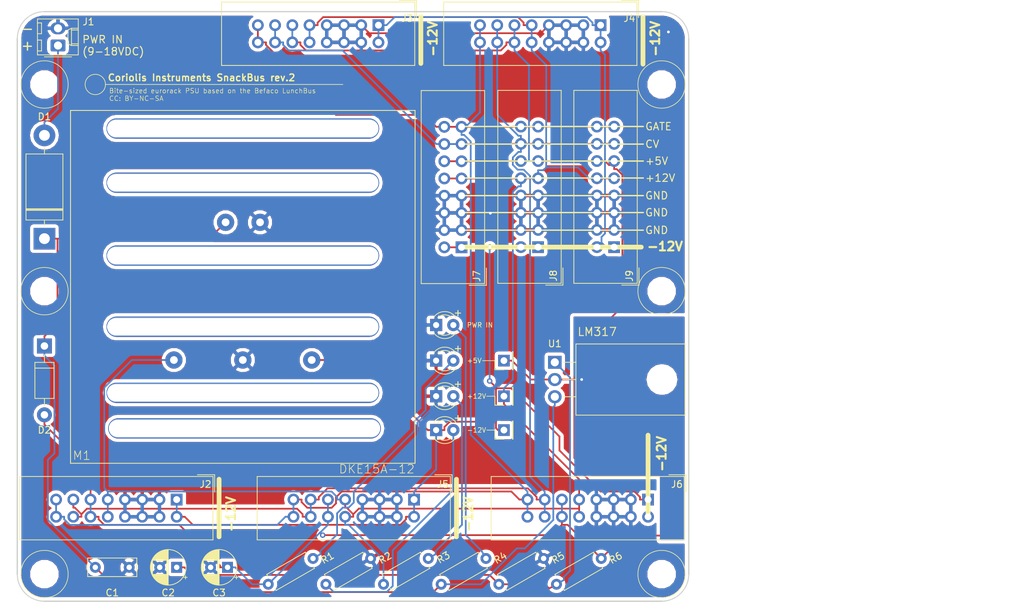
<source format=kicad_pcb>
(kicad_pcb (version 20171130) (host pcbnew "(5.0.2)-1")
  (layers (0 F.Cu signal) (31 B.Cu signal) (34 B.Paste user) (35 F.Paste user) (36 B.SilkS user) (37 F.SilkS user) (38 B.Mask user) (39 F.Mask user) (44 Edge.Cuts user))
  (net 0 "")
  (net 1 "Net-(C1-Pad1)")
  (net 2 /GND)
  (net 3 /+5V)
  (net 4 "Net-(D1-Pad2)")
  (net 5 "Net-(D_+12V_1-Pad2)")
  (net 6 "Net-(D_+5V_1-Pad2)")
  (net 7 "Net-(D_-12V_1-Pad2)")
  (net 8 /-12V)
  (net 9 "Net-(D_PWR_1-Pad2)")
  (net 10 /GATE)
  (net 11 /CV)
  (net 12 /+12V)
  (net 13 "Net-(C2-Pad1)")
  (module Connector_IDC:IDC-Header_2x08_P2.54mm_Vertical (layer F.Cu) (at 76.79 34.75 180)
    (fp_text reference J8 (at -2.25 -4.22 270) (layer F.SilkS))
    (fp_text value Conn_02x08_Counter_Clockwise)
    (pad 1 thru_hole rect (at 0 0 180) (size 1.7272 1.7272) (drill 1.016) (layers *.Cu *.Mask) (net 8 /-12V))
    (pad 2 thru_hole oval (at 2.54 0 180) (size 1.7272 1.7272) (drill 1.016) (layers *.Cu *.Mask) (net 8 /-12V))
    (pad 3 thru_hole oval (at 0 2.54 180) (size 1.7272 1.7272) (drill 1.016) (layers *.Cu *.Mask) (net 2 /GND))
    (pad 4 thru_hole oval (at 2.54 2.54 180) (size 1.7272 1.7272) (drill 1.016) (layers *.Cu *.Mask) (net 2 /GND))
    (pad 5 thru_hole oval (at 0 5.08 180) (size 1.7272 1.7272) (drill 1.016) (layers *.Cu *.Mask) (net 2 /GND))
    (pad 6 thru_hole oval (at 2.54 5.08 180) (size 1.7272 1.7272) (drill 1.016) (layers *.Cu *.Mask) (net 2 /GND))
    (pad 7 thru_hole oval (at 0 7.62 180) (size 1.7272 1.7272) (drill 1.016) (layers *.Cu *.Mask) (net 2 /GND))
    (pad 8 thru_hole oval (at 2.54 7.62 180) (size 1.7272 1.7272) (drill 1.016) (layers *.Cu *.Mask) (net 2 /GND))
    (pad 9 thru_hole oval (at 0 10.16 180) (size 1.7272 1.7272) (drill 1.016) (layers *.Cu *.Mask) (net 12 /+12V))
    (pad 10 thru_hole oval (at 2.54 10.16 180) (size 1.7272 1.7272) (drill 1.016) (layers *.Cu *.Mask) (net 12 /+12V))
    (pad 11 thru_hole oval (at 0 12.7 180) (size 1.7272 1.7272) (drill 1.016) (layers *.Cu *.Mask) (net 3 /+5V))
    (pad 12 thru_hole oval (at 2.54 12.7 180) (size 1.7272 1.7272) (drill 1.016) (layers *.Cu *.Mask) (net 3 /+5V))
    (pad 13 thru_hole oval (at 0 15.24 180) (size 1.7272 1.7272) (drill 1.016) (layers *.Cu *.Mask) (net 11 /CV))
    (pad 14 thru_hole oval (at 2.54 15.24 180) (size 1.7272 1.7272) (drill 1.016) (layers *.Cu *.Mask) (net 11 /CV))
    (pad 15 thru_hole oval (at 0 17.78 180) (size 1.7272 1.7272) (drill 1.016) (layers *.Cu *.Mask) (net 10 /GATE))
    (pad 16 thru_hole oval (at 2.54 17.78 180) (size 1.7272 1.7272) (drill 1.016) (layers *.Cu *.Mask) (net 10 /GATE))
  )
  (module Connector_IDC:IDC-Header_2x08_P2.54mm_Vertical (layer F.Cu) (at 88 34.75 180)
    (fp_text reference J9 (at -2.25 -4.25 270) (layer F.SilkS))
    (fp_text value Conn_02x08_Counter_Clockwise)
    (pad 16 thru_hole oval (at 2.54 17.78 180) (size 1.7272 1.7272) (drill 1.016) (layers *.Cu *.Mask) (net 10 /GATE))
    (pad 15 thru_hole oval (at 0 17.78 180) (size 1.7272 1.7272) (drill 1.016) (layers *.Cu *.Mask) (net 10 /GATE))
    (pad 14 thru_hole oval (at 2.54 15.24 180) (size 1.7272 1.7272) (drill 1.016) (layers *.Cu *.Mask) (net 11 /CV))
    (pad 13 thru_hole oval (at 0 15.24 180) (size 1.7272 1.7272) (drill 1.016) (layers *.Cu *.Mask) (net 11 /CV))
    (pad 12 thru_hole oval (at 2.54 12.7 180) (size 1.7272 1.7272) (drill 1.016) (layers *.Cu *.Mask) (net 3 /+5V))
    (pad 11 thru_hole oval (at 0 12.7 180) (size 1.7272 1.7272) (drill 1.016) (layers *.Cu *.Mask) (net 3 /+5V))
    (pad 10 thru_hole oval (at 2.54 10.16 180) (size 1.7272 1.7272) (drill 1.016) (layers *.Cu *.Mask) (net 12 /+12V))
    (pad 9 thru_hole oval (at 0 10.16 180) (size 1.7272 1.7272) (drill 1.016) (layers *.Cu *.Mask) (net 12 /+12V))
    (pad 8 thru_hole oval (at 2.54 7.62 180) (size 1.7272 1.7272) (drill 1.016) (layers *.Cu *.Mask) (net 2 /GND))
    (pad 7 thru_hole oval (at 0 7.62 180) (size 1.7272 1.7272) (drill 1.016) (layers *.Cu *.Mask) (net 2 /GND))
    (pad 6 thru_hole oval (at 2.54 5.08 180) (size 1.7272 1.7272) (drill 1.016) (layers *.Cu *.Mask) (net 2 /GND))
    (pad 5 thru_hole oval (at 0 5.08 180) (size 1.7272 1.7272) (drill 1.016) (layers *.Cu *.Mask) (net 2 /GND))
    (pad 4 thru_hole oval (at 2.54 2.54 180) (size 1.7272 1.7272) (drill 1.016) (layers *.Cu *.Mask) (net 2 /GND))
    (pad 3 thru_hole oval (at 0 2.54 180) (size 1.7272 1.7272) (drill 1.016) (layers *.Cu *.Mask) (net 2 /GND))
    (pad 2 thru_hole oval (at 2.54 0 180) (size 1.7272 1.7272) (drill 1.016) (layers *.Cu *.Mask) (net 8 /-12V))
    (pad 1 thru_hole rect (at 0 0 180) (size 1.7272 1.7272) (drill 1.016) (layers *.Cu *.Mask) (net 8 /-12V))
  )
  (module MountingHole:MountingHole_3.2mm_M3 (layer F.Cu) (at 4 83)
    (fp_text reference MH5 hide)
    (fp_text value MountingHole)
    (pad 1 np_thru_hole circle (at 0 0) (size 3.2 3.2) (drill 3.2) (layers *.Cu *.Mask))
  )
  (module MountingHole:MountingHole_3.2mm_M3 (layer F.Cu) (at 95 83)
    (fp_text reference MH6 hide)
    (fp_text value MountingHole)
    (pad 1 np_thru_hole circle (at 0 0) (size 3.2 3.2) (drill 3.2) (layers *.Cu *.Mask))
  )
  (module Package_TO_SOT_THT:TO-220F-3_Horizontal_TabDown (layer F.Cu) (at 79.25 51.75 270)
    (fp_text reference U1 (at -2.75 0) (layer F.SilkS))
    (fp_text value LM317_3PinPackage)
    (pad "" np_thru_hole oval (at 2.54 -15.8 270) (size 3.5 3.5) (drill 3.5) (layers *.Cu *.Mask))
    (pad 1 thru_hole rect (at 0 0 270) (size 1.905 2) (drill 1.2) (layers *.Cu *.Mask) (net 13 "Net-(C2-Pad1)"))
    (pad 2 thru_hole oval (at 2.54 0 270) (size 1.905 2) (drill 1.2) (layers *.Cu *.Mask) (net 3 /+5V))
    (pad 3 thru_hole oval (at 5.08 0 270) (size 1.905 2) (drill 1.2) (layers *.Cu *.Mask) (net 1 "Net-(C1-Pad1)"))
  )
  (module Coriolis-KiCad:art_CoriolisLogo_small_fsold (layer F.Cu) (at 11.5 10.698945)
    (fp_text reference REF** hide)
    (fp_text value CoriolisLogo hide)
  )
  (module Coriolis-KiCad:mechanical_cooling_slot_very_large (layer F.Cu) (at 33.25 46.5 270)
    (fp_text reference SLOT4 hide)
    (fp_text value mechanical_cooling_slot_very_large)
    (pad "" np_thru_hole oval (at 0 0 270) (size 3 40.2) (drill oval 2.6 40) (layers *.Cu *.Mask))
  )
  (module Coriolis-KiCad:mechanical_cooling_slot_very_large (layer F.Cu) (at 33.25 36 270)
    (fp_text reference SLOT3 hide)
    (fp_text value mechanical_cooling_slot_very_large)
    (pad "" np_thru_hole oval (at 0 0 270) (size 3 40.2) (drill oval 2.6 40) (layers *.Cu *.Mask))
  )
  (module Coriolis-KiCad:mechanical_cooling_slot_very_large (layer F.Cu) (at 33.25 56.25 270)
    (fp_text reference SLOT5 hide)
    (fp_text value mechanical_cooling_slot_very_large)
    (pad "" np_thru_hole oval (at 0 0 270) (size 3 40.2) (drill oval 2.6 40) (layers *.Cu *.Mask))
  )
  (module Coriolis-KiCad:mechanical_cooling_slot_very_large (layer F.Cu) (at 33.25 25.25 270)
    (fp_text reference SLOT2 hide)
    (fp_text value mechanical_cooling_slot_very_large)
    (pad "" np_thru_hole oval (at 0 0 270) (size 3 40.2) (drill oval 2.6 40) (layers *.Cu *.Mask))
  )
  (module Coriolis-KiCad:mechanical_cooling_slot_very_large (layer F.Cu) (at 33.5 61.5 270)
    (fp_text reference SLOT6 hide)
    (fp_text value mechanical_cooling_slot_very_large)
    (pad "" np_thru_hole oval (at 0 0 270) (size 3 40.2) (drill oval 2.6 40) (layers *.Cu *.Mask))
  )
  (module Coriolis-KiCad:mechanical_cooling_slot_very_large (layer F.Cu) (at 33.25 17.25 270)
    (fp_text reference SLOT1 hide)
    (fp_text value mechanical_cooling_slot_very_large)
    (pad "" np_thru_hole oval (at 0 0 270) (size 3 40.2) (drill oval 2.6 40) (layers *.Cu *.Mask))
  )
  (module Capacitor_THT:C_Disc_D7.0mm_W2.5mm_P5.00mm (layer F.Cu) (at 11.5 82)
    (fp_text reference C1 (at 2.5 3.75 180) (layer F.SilkS))
    (fp_text value 100n)
    (pad 1 thru_hole circle (at 0 0) (size 1.6 1.6) (drill 0.8) (layers *.Cu *.Mask) (net 1 "Net-(C1-Pad1)"))
    (pad 2 thru_hole circle (at 5 0) (size 1.6 1.6) (drill 0.8) (layers *.Cu *.Mask) (net 2 /GND))
  )
  (module Coriolis-KiCad:D_DO-41_SOD81_P10.16mm_Horizontal (layer F.Cu) (at 4 49.34 270)
    (fp_text reference D2 (at 12.41 0) (layer F.SilkS))
    (fp_text value IN4004)
    (pad 2 thru_hole oval (at 10.16 0 270) (size 2.2 2.2) (drill 1.1) (layers *.Cu *.Mask) (net 3 /+5V))
    (pad 1 thru_hole rect (at 0 0 270) (size 2.2 2.2) (drill 1.1) (layers *.Cu *.Mask) (net 1 "Net-(C1-Pad1)"))
  )
  (module Coriolis-KiCad:LED_D3.0mm (layer F.Cu) (at 61.75 56.75)
    (fp_text reference D_+12V_1 hide)
    (fp_text value LED)
    (fp_text user + (at 3.22 -1.84) (layer F.SilkS))
    (pad 1 thru_hole rect (at 0 0) (size 1.8 1.8) (drill 0.9) (layers *.Cu *.Mask) (net 2 /GND))
    (pad 2 thru_hole circle (at 2.54 0) (size 1.8 1.8) (drill 0.9) (layers *.Cu *.Mask) (net 5 "Net-(D_+12V_1-Pad2)"))
  )
  (module Coriolis-KiCad:LED_D3.0mm (layer F.Cu) (at 61.75 51.5)
    (fp_text reference D_+5V_1 hide)
    (fp_text value LED)
    (fp_text user + (at 3.22 -1.84) (layer F.SilkS))
    (pad 1 thru_hole rect (at 0 0) (size 1.8 1.8) (drill 0.9) (layers *.Cu *.Mask) (net 2 /GND))
    (pad 2 thru_hole circle (at 2.54 0) (size 1.8 1.8) (drill 0.9) (layers *.Cu *.Mask) (net 6 "Net-(D_+5V_1-Pad2)"))
  )
  (module Coriolis-KiCad:LED_D3.0mm (layer F.Cu) (at 61.75 61.75)
    (fp_text reference D_-12V_1 hide)
    (fp_text value LED)
    (fp_text user + (at 3.22 -1.84) (layer F.SilkS))
    (pad 2 thru_hole circle (at 2.54 0) (size 1.8 1.8) (drill 0.9) (layers *.Cu *.Mask) (net 7 "Net-(D_-12V_1-Pad2)"))
    (pad 1 thru_hole rect (at 0 0) (size 1.8 1.8) (drill 0.9) (layers *.Cu *.Mask) (net 8 /-12V))
  )
  (module Coriolis-KiCad:LED_D3.0mm (layer F.Cu) (at 61.75 46.25)
    (fp_text reference D_PWR_1 hide)
    (fp_text value LED)
    (fp_text user + (at 3.22 -1.84) (layer F.SilkS))
    (pad 2 thru_hole circle (at 2.54 0) (size 1.8 1.8) (drill 0.9) (layers *.Cu *.Mask) (net 9 "Net-(D_PWR_1-Pad2)"))
    (pad 1 thru_hole rect (at 0 0) (size 1.8 1.8) (drill 0.9) (layers *.Cu *.Mask) (net 2 /GND))
  )
  (module Connector_Molex:Molex_KK-254_AE-6410-02A_1x02_P2.54mm_Vertical (layer F.Cu) (at 6 5 90)
    (fp_text reference J1 (at 3.5 4.5 180) (layer F.SilkS))
    (fp_text value Conn_01x02_Male)
    (pad 1 thru_hole roundrect (at 0 0 90) (size 1.74 2.2) (drill 1.2) (layers *.Cu *.Mask) (roundrect_rratio 0.143678) (net 4 "Net-(D1-Pad2)"))
    (pad 2 thru_hole oval (at 2.54 0 90) (size 1.74 2.2) (drill 1.2) (layers *.Cu *.Mask) (net 2 /GND))
  )
  (module Connector_IDC:IDC-Header_2x08_P2.54mm_Vertical (layer F.Cu) (at 23.5 72 270)
    (fp_text reference J2 (at -2.25 -4.25) (layer F.SilkS))
    (fp_text value Conn_02x08_Counter_Clockwise)
    (pad 16 thru_hole oval (at 2.54 17.78 270) (size 1.7272 1.7272) (drill 1.016) (layers *.Cu *.Mask) (net 10 /GATE))
    (pad 15 thru_hole oval (at 0 17.78 270) (size 1.7272 1.7272) (drill 1.016) (layers *.Cu *.Mask) (net 10 /GATE))
    (pad 14 thru_hole oval (at 2.54 15.24 270) (size 1.7272 1.7272) (drill 1.016) (layers *.Cu *.Mask) (net 11 /CV))
    (pad 13 thru_hole oval (at 0 15.24 270) (size 1.7272 1.7272) (drill 1.016) (layers *.Cu *.Mask) (net 11 /CV))
    (pad 12 thru_hole oval (at 2.54 12.7 270) (size 1.7272 1.7272) (drill 1.016) (layers *.Cu *.Mask) (net 3 /+5V))
    (pad 11 thru_hole oval (at 0 12.7 270) (size 1.7272 1.7272) (drill 1.016) (layers *.Cu *.Mask) (net 3 /+5V))
    (pad 10 thru_hole oval (at 2.54 10.16 270) (size 1.7272 1.7272) (drill 1.016) (layers *.Cu *.Mask) (net 12 /+12V))
    (pad 9 thru_hole oval (at 0 10.16 270) (size 1.7272 1.7272) (drill 1.016) (layers *.Cu *.Mask) (net 12 /+12V))
    (pad 8 thru_hole oval (at 2.54 7.62 270) (size 1.7272 1.7272) (drill 1.016) (layers *.Cu *.Mask) (net 2 /GND))
    (pad 7 thru_hole oval (at 0 7.62 270) (size 1.7272 1.7272) (drill 1.016) (layers *.Cu *.Mask) (net 2 /GND))
    (pad 6 thru_hole oval (at 2.54 5.08 270) (size 1.7272 1.7272) (drill 1.016) (layers *.Cu *.Mask) (net 2 /GND))
    (pad 5 thru_hole oval (at 0 5.08 270) (size 1.7272 1.7272) (drill 1.016) (layers *.Cu *.Mask) (net 2 /GND))
    (pad 4 thru_hole oval (at 2.54 2.54 270) (size 1.7272 1.7272) (drill 1.016) (layers *.Cu *.Mask) (net 2 /GND))
    (pad 3 thru_hole oval (at 0 2.54 270) (size 1.7272 1.7272) (drill 1.016) (layers *.Cu *.Mask) (net 2 /GND))
    (pad 2 thru_hole oval (at 2.54 0 270) (size 1.7272 1.7272) (drill 1.016) (layers *.Cu *.Mask) (net 8 /-12V))
    (pad 1 thru_hole rect (at 0 0 270) (size 1.7272 1.7272) (drill 1.016) (layers *.Cu *.Mask) (net 8 /-12V))
  )
  (module Connector_IDC:IDC-Header_2x08_P2.54mm_Vertical (layer F.Cu) (at 53.25 2 270)
    (fp_text reference J3 (at -1 -4.25) (layer F.SilkS))
    (fp_text value Conn_02x08_Counter_Clockwise)
    (pad 1 thru_hole rect (at 0 0 270) (size 1.7272 1.7272) (drill 1.016) (layers *.Cu *.Mask) (net 8 /-12V))
    (pad 2 thru_hole oval (at 2.54 0 270) (size 1.7272 1.7272) (drill 1.016) (layers *.Cu *.Mask) (net 8 /-12V))
    (pad 3 thru_hole oval (at 0 2.54 270) (size 1.7272 1.7272) (drill 1.016) (layers *.Cu *.Mask) (net 2 /GND))
    (pad 4 thru_hole oval (at 2.54 2.54 270) (size 1.7272 1.7272) (drill 1.016) (layers *.Cu *.Mask) (net 2 /GND))
    (pad 5 thru_hole oval (at 0 5.08 270) (size 1.7272 1.7272) (drill 1.016) (layers *.Cu *.Mask) (net 2 /GND))
    (pad 6 thru_hole oval (at 2.54 5.08 270) (size 1.7272 1.7272) (drill 1.016) (layers *.Cu *.Mask) (net 2 /GND))
    (pad 7 thru_hole oval (at 0 7.62 270) (size 1.7272 1.7272) (drill 1.016) (layers *.Cu *.Mask) (net 2 /GND))
    (pad 8 thru_hole oval (at 2.54 7.62 270) (size 1.7272 1.7272) (drill 1.016) (layers *.Cu *.Mask) (net 2 /GND))
    (pad 9 thru_hole oval (at 0 10.16 270) (size 1.7272 1.7272) (drill 1.016) (layers *.Cu *.Mask) (net 12 /+12V))
    (pad 10 thru_hole oval (at 2.54 10.16 270) (size 1.7272 1.7272) (drill 1.016) (layers *.Cu *.Mask) (net 12 /+12V))
    (pad 11 thru_hole oval (at 0 12.7 270) (size 1.7272 1.7272) (drill 1.016) (layers *.Cu *.Mask) (net 3 /+5V))
    (pad 12 thru_hole oval (at 2.54 12.7 270) (size 1.7272 1.7272) (drill 1.016) (layers *.Cu *.Mask) (net 3 /+5V))
    (pad 13 thru_hole oval (at 0 15.24 270) (size 1.7272 1.7272) (drill 1.016) (layers *.Cu *.Mask) (net 11 /CV))
    (pad 14 thru_hole oval (at 2.54 15.24 270) (size 1.7272 1.7272) (drill 1.016) (layers *.Cu *.Mask) (net 11 /CV))
    (pad 15 thru_hole oval (at 0 17.78 270) (size 1.7272 1.7272) (drill 1.016) (layers *.Cu *.Mask) (net 10 /GATE))
    (pad 16 thru_hole oval (at 2.54 17.78 270) (size 1.7272 1.7272) (drill 1.016) (layers *.Cu *.Mask) (net 10 /GATE))
  )
  (module Connector_IDC:IDC-Header_2x08_P2.54mm_Vertical (layer F.Cu) (at 86 2 270)
    (fp_text reference J4 (at -1 -4.25) (layer F.SilkS))
    (fp_text value Conn_02x08_Counter_Clockwise)
    (pad 1 thru_hole rect (at 0 0 270) (size 1.7272 1.7272) (drill 1.016) (layers *.Cu *.Mask) (net 8 /-12V))
    (pad 2 thru_hole oval (at 2.54 0 270) (size 1.7272 1.7272) (drill 1.016) (layers *.Cu *.Mask) (net 8 /-12V))
    (pad 3 thru_hole oval (at 0 2.54 270) (size 1.7272 1.7272) (drill 1.016) (layers *.Cu *.Mask) (net 2 /GND))
    (pad 4 thru_hole oval (at 2.54 2.54 270) (size 1.7272 1.7272) (drill 1.016) (layers *.Cu *.Mask) (net 2 /GND))
    (pad 5 thru_hole oval (at 0 5.08 270) (size 1.7272 1.7272) (drill 1.016) (layers *.Cu *.Mask) (net 2 /GND))
    (pad 6 thru_hole oval (at 2.54 5.08 270) (size 1.7272 1.7272) (drill 1.016) (layers *.Cu *.Mask) (net 2 /GND))
    (pad 7 thru_hole oval (at 0 7.62 270) (size 1.7272 1.7272) (drill 1.016) (layers *.Cu *.Mask) (net 2 /GND))
    (pad 8 thru_hole oval (at 2.54 7.62 270) (size 1.7272 1.7272) (drill 1.016) (layers *.Cu *.Mask) (net 2 /GND))
    (pad 9 thru_hole oval (at 0 10.16 270) (size 1.7272 1.7272) (drill 1.016) (layers *.Cu *.Mask) (net 12 /+12V))
    (pad 10 thru_hole oval (at 2.54 10.16 270) (size 1.7272 1.7272) (drill 1.016) (layers *.Cu *.Mask) (net 12 /+12V))
    (pad 11 thru_hole oval (at 0 12.7 270) (size 1.7272 1.7272) (drill 1.016) (layers *.Cu *.Mask) (net 3 /+5V))
    (pad 12 thru_hole oval (at 2.54 12.7 270) (size 1.7272 1.7272) (drill 1.016) (layers *.Cu *.Mask) (net 3 /+5V))
    (pad 13 thru_hole oval (at 0 15.24 270) (size 1.7272 1.7272) (drill 1.016) (layers *.Cu *.Mask) (net 11 /CV))
    (pad 14 thru_hole oval (at 2.54 15.24 270) (size 1.7272 1.7272) (drill 1.016) (layers *.Cu *.Mask) (net 11 /CV))
    (pad 15 thru_hole oval (at 0 17.78 270) (size 1.7272 1.7272) (drill 1.016) (layers *.Cu *.Mask) (net 10 /GATE))
    (pad 16 thru_hole oval (at 2.54 17.78 270) (size 1.7272 1.7272) (drill 1.016) (layers *.Cu *.Mask) (net 10 /GATE))
  )
  (module Connector_IDC:IDC-Header_2x08_P2.54mm_Vertical (layer F.Cu) (at 58.5 72 270)
    (fp_text reference J5 (at -2.25 -4.25) (layer F.SilkS))
    (fp_text value Conn_02x08_Counter_Clockwise)
    (pad 1 thru_hole rect (at 0 0 270) (size 1.7272 1.7272) (drill 1.016) (layers *.Cu *.Mask) (net 8 /-12V))
    (pad 2 thru_hole oval (at 2.54 0 270) (size 1.7272 1.7272) (drill 1.016) (layers *.Cu *.Mask) (net 8 /-12V))
    (pad 3 thru_hole oval (at 0 2.54 270) (size 1.7272 1.7272) (drill 1.016) (layers *.Cu *.Mask) (net 2 /GND))
    (pad 4 thru_hole oval (at 2.54 2.54 270) (size 1.7272 1.7272) (drill 1.016) (layers *.Cu *.Mask) (net 2 /GND))
    (pad 5 thru_hole oval (at 0 5.08 270) (size 1.7272 1.7272) (drill 1.016) (layers *.Cu *.Mask) (net 2 /GND))
    (pad 6 thru_hole oval (at 2.54 5.08 270) (size 1.7272 1.7272) (drill 1.016) (layers *.Cu *.Mask) (net 2 /GND))
    (pad 7 thru_hole oval (at 0 7.62 270) (size 1.7272 1.7272) (drill 1.016) (layers *.Cu *.Mask) (net 2 /GND))
    (pad 8 thru_hole oval (at 2.54 7.62 270) (size 1.7272 1.7272) (drill 1.016) (layers *.Cu *.Mask) (net 2 /GND))
    (pad 9 thru_hole oval (at 0 10.16 270) (size 1.7272 1.7272) (drill 1.016) (layers *.Cu *.Mask) (net 12 /+12V))
    (pad 10 thru_hole oval (at 2.54 10.16 270) (size 1.7272 1.7272) (drill 1.016) (layers *.Cu *.Mask) (net 12 /+12V))
    (pad 11 thru_hole oval (at 0 12.7 270) (size 1.7272 1.7272) (drill 1.016) (layers *.Cu *.Mask) (net 3 /+5V))
    (pad 12 thru_hole oval (at 2.54 12.7 270) (size 1.7272 1.7272) (drill 1.016) (layers *.Cu *.Mask) (net 3 /+5V))
    (pad 13 thru_hole oval (at 0 15.24 270) (size 1.7272 1.7272) (drill 1.016) (layers *.Cu *.Mask) (net 11 /CV))
    (pad 14 thru_hole oval (at 2.54 15.24 270) (size 1.7272 1.7272) (drill 1.016) (layers *.Cu *.Mask) (net 11 /CV))
    (pad 15 thru_hole oval (at 0 17.78 270) (size 1.7272 1.7272) (drill 1.016) (layers *.Cu *.Mask) (net 10 /GATE))
    (pad 16 thru_hole oval (at 2.54 17.78 270) (size 1.7272 1.7272) (drill 1.016) (layers *.Cu *.Mask) (net 10 /GATE))
  )
  (module Connector_IDC:IDC-Header_2x08_P2.54mm_Vertical (layer F.Cu) (at 93 72 270)
    (fp_text reference J6 (at -2.25 -4.25) (layer F.SilkS))
    (fp_text value Conn_02x08_Counter_Clockwise)
    (pad 16 thru_hole oval (at 2.54 17.78 270) (size 1.7272 1.7272) (drill 1.016) (layers *.Cu *.Mask) (net 10 /GATE))
    (pad 15 thru_hole oval (at 0 17.78 270) (size 1.7272 1.7272) (drill 1.016) (layers *.Cu *.Mask) (net 10 /GATE))
    (pad 14 thru_hole oval (at 2.54 15.24 270) (size 1.7272 1.7272) (drill 1.016) (layers *.Cu *.Mask) (net 11 /CV))
    (pad 13 thru_hole oval (at 0 15.24 270) (size 1.7272 1.7272) (drill 1.016) (layers *.Cu *.Mask) (net 11 /CV))
    (pad 12 thru_hole oval (at 2.54 12.7 270) (size 1.7272 1.7272) (drill 1.016) (layers *.Cu *.Mask) (net 3 /+5V))
    (pad 11 thru_hole oval (at 0 12.7 270) (size 1.7272 1.7272) (drill 1.016) (layers *.Cu *.Mask) (net 3 /+5V))
    (pad 10 thru_hole oval (at 2.54 10.16 270) (size 1.7272 1.7272) (drill 1.016) (layers *.Cu *.Mask) (net 12 /+12V))
    (pad 9 thru_hole oval (at 0 10.16 270) (size 1.7272 1.7272) (drill 1.016) (layers *.Cu *.Mask) (net 12 /+12V))
    (pad 8 thru_hole oval (at 2.54 7.62 270) (size 1.7272 1.7272) (drill 1.016) (layers *.Cu *.Mask) (net 2 /GND))
    (pad 7 thru_hole oval (at 0 7.62 270) (size 1.7272 1.7272) (drill 1.016) (layers *.Cu *.Mask) (net 2 /GND))
    (pad 6 thru_hole oval (at 2.54 5.08 270) (size 1.7272 1.7272) (drill 1.016) (layers *.Cu *.Mask) (net 2 /GND))
    (pad 5 thru_hole oval (at 0 5.08 270) (size 1.7272 1.7272) (drill 1.016) (layers *.Cu *.Mask) (net 2 /GND))
    (pad 4 thru_hole oval (at 2.54 2.54 270) (size 1.7272 1.7272) (drill 1.016) (layers *.Cu *.Mask) (net 2 /GND))
    (pad 3 thru_hole oval (at 0 2.54 270) (size 1.7272 1.7272) (drill 1.016) (layers *.Cu *.Mask) (net 2 /GND))
    (pad 2 thru_hole oval (at 2.54 0 270) (size 1.7272 1.7272) (drill 1.016) (layers *.Cu *.Mask) (net 8 /-12V))
    (pad 1 thru_hole rect (at 0 0 270) (size 1.7272 1.7272) (drill 1.016) (layers *.Cu *.Mask) (net 8 /-12V))
  )
  (module Connector_IDC:IDC-Header_2x08_P2.54mm_Vertical (layer F.Cu) (at 65.5 34.78 180)
    (fp_text reference J7 (at -2.25 -4.25 270) (layer F.SilkS))
    (fp_text value Conn_02x08_Counter_Clockwise)
    (pad 1 thru_hole rect (at 0 0 180) (size 1.7272 1.7272) (drill 1.016) (layers *.Cu *.Mask) (net 8 /-12V))
    (pad 2 thru_hole oval (at 2.54 0 180) (size 1.7272 1.7272) (drill 1.016) (layers *.Cu *.Mask) (net 8 /-12V))
    (pad 3 thru_hole oval (at 0 2.54 180) (size 1.7272 1.7272) (drill 1.016) (layers *.Cu *.Mask) (net 2 /GND))
    (pad 4 thru_hole oval (at 2.54 2.54 180) (size 1.7272 1.7272) (drill 1.016) (layers *.Cu *.Mask) (net 2 /GND))
    (pad 5 thru_hole oval (at 0 5.08 180) (size 1.7272 1.7272) (drill 1.016) (layers *.Cu *.Mask) (net 2 /GND))
    (pad 6 thru_hole oval (at 2.54 5.08 180) (size 1.7272 1.7272) (drill 1.016) (layers *.Cu *.Mask) (net 2 /GND))
    (pad 7 thru_hole oval (at 0 7.62 180) (size 1.7272 1.7272) (drill 1.016) (layers *.Cu *.Mask) (net 2 /GND))
    (pad 8 thru_hole oval (at 2.54 7.62 180) (size 1.7272 1.7272) (drill 1.016) (layers *.Cu *.Mask) (net 2 /GND))
    (pad 9 thru_hole oval (at 0 10.16 180) (size 1.7272 1.7272) (drill 1.016) (layers *.Cu *.Mask) (net 12 /+12V))
    (pad 10 thru_hole oval (at 2.54 10.16 180) (size 1.7272 1.7272) (drill 1.016) (layers *.Cu *.Mask) (net 12 /+12V))
    (pad 11 thru_hole oval (at 0 12.7 180) (size 1.7272 1.7272) (drill 1.016) (layers *.Cu *.Mask) (net 3 /+5V))
    (pad 12 thru_hole oval (at 2.54 12.7 180) (size 1.7272 1.7272) (drill 1.016) (layers *.Cu *.Mask) (net 3 /+5V))
    (pad 13 thru_hole oval (at 0 15.24 180) (size 1.7272 1.7272) (drill 1.016) (layers *.Cu *.Mask) (net 11 /CV))
    (pad 14 thru_hole oval (at 2.54 15.24 180) (size 1.7272 1.7272) (drill 1.016) (layers *.Cu *.Mask) (net 11 /CV))
    (pad 15 thru_hole oval (at 0 17.78 180) (size 1.7272 1.7272) (drill 1.016) (layers *.Cu *.Mask) (net 10 /GATE))
    (pad 16 thru_hole oval (at 2.54 17.78 180) (size 1.7272 1.7272) (drill 1.016) (layers *.Cu *.Mask) (net 10 /GATE))
  )
  (module Coriolis-KiCad:MeanWell-DKE (layer F.Cu) (at 33.25 41.25 270)
    (fp_text reference M1 (at 24.25 23.75 180) (layer F.SilkS) (effects (font (size 1.27 1.27) (thickness 0.1016))))
    (fp_text value DKE15A-12 (at 26.25 -19.75 180) (layer F.SilkS) (effects (font (size 1.27 1.27) (thickness 0.1016))))
    (pad 1 thru_hole circle (at -10.16 2.54 270) (size 2.54 5.08) (drill 1.143) (layers *.Cu *.Paste *.Mask) (net 1 "Net-(C1-Pad1)"))
    (pad 2 thru_hole circle (at -10.16 -2.54 270) (size 2.54 5.08) (drill 1.143) (layers *.Cu *.Paste *.Mask) (net 2 /GND))
    (pad 3 thru_hole circle (at 10.16 10.16 270) (size 2.54 5.08) (drill 1.143) (layers *.Cu *.Paste *.Mask) (net 12 /+12V))
    (pad 4 thru_hole circle (at 10.16 0 270) (size 2.54 5.08) (drill 1.143) (layers *.Cu *.Paste *.Mask) (net 2 /GND))
    (pad 5 thru_hole circle (at 10.16 -10.16 270) (size 2.54 5.08) (drill 1.143) (layers *.Cu *.Paste *.Mask) (net 8 /-12V))
  )
  (module MountingHole:MountingHole_3.2mm_M3 (layer F.Cu) (at 4 10.75)
    (fp_text reference MH1 hide)
    (fp_text value MountingHole)
    (pad 1 np_thru_hole circle (at 0 0) (size 3.2 3.2) (drill 3.2) (layers *.Cu *.Mask))
  )
  (module MountingHole:MountingHole_3.2mm_M3 (layer F.Cu) (at 95 10.75)
    (fp_text reference MH2 hide)
    (fp_text value MountingHole)
    (pad 1 np_thru_hole circle (at 0 0) (size 3.2 3.2) (drill 3.2) (layers *.Cu *.Mask))
  )
  (module MountingHole:MountingHole_3.2mm_M3 (layer F.Cu) (at 4 41.25)
    (fp_text reference MH3 hide)
    (fp_text value MountingHole)
    (pad 1 np_thru_hole circle (at 0 0) (size 3.2 3.2) (drill 3.2) (layers *.Cu *.Mask))
  )
  (module MountingHole:MountingHole_3.2mm_M3 (layer F.Cu) (at 95 41.25)
    (fp_text reference MH4 hide)
    (fp_text value MountingHole)
    (pad 1 np_thru_hole circle (at 0 0) (size 3.2 3.2) (drill 3.2) (layers *.Cu *.Mask))
  )
  (module Resistor_THT:R_Axial_DIN0207_L6.3mm_D2.5mm_P7.62mm_Horizontal (layer F.Cu) (at 37 84.5 30)
    (fp_text reference R1 (at 9.5 1 30) (layer F.SilkS))
    (fp_text value 680R)
    (pad 1 thru_hole circle (at 0 0 30) (size 1.6 1.6) (drill 0.8) (layers *.Cu *.Mask) (net 3 /+5V))
    (pad 2 thru_hole oval (at 7.62 0 30) (size 1.6 1.6) (drill 0.8) (layers *.Cu *.Mask) (net 6 "Net-(D_+5V_1-Pad2)"))
  )
  (module Resistor_THT:R_Axial_DIN0207_L6.3mm_D2.5mm_P7.62mm_Horizontal (layer F.Cu) (at 45.5 84.5 30)
    (fp_text reference R2 (at 9.5 1 30) (layer F.SilkS))
    (fp_text value 1K)
    (pad 2 thru_hole oval (at 7.62 0 30) (size 1.6 1.6) (drill 0.8) (layers *.Cu *.Mask) (net 2 /GND))
    (pad 1 thru_hole circle (at 0 0 30) (size 1.6 1.6) (drill 0.8) (layers *.Cu *.Mask) (net 7 "Net-(D_-12V_1-Pad2)"))
  )
  (module Resistor_THT:R_Axial_DIN0207_L6.3mm_D2.5mm_P7.62mm_Horizontal (layer F.Cu) (at 54 84.5 30)
    (fp_text reference R3 (at 9.62 1 30) (layer F.SilkS))
    (fp_text value 1K)
    (pad 1 thru_hole circle (at 0 0 30) (size 1.6 1.6) (drill 0.8) (layers *.Cu *.Mask) (net 12 /+12V))
    (pad 2 thru_hole oval (at 7.62 0 30) (size 1.6 1.6) (drill 0.8) (layers *.Cu *.Mask) (net 5 "Net-(D_+12V_1-Pad2)"))
  )
  (module Resistor_THT:R_Axial_DIN0207_L6.3mm_D2.5mm_P7.62mm_Horizontal (layer F.Cu) (at 62.5 84.5 30)
    (fp_text reference R4 (at 9.5 1 30) (layer F.SilkS))
    (fp_text value 1K)
    (pad 2 thru_hole oval (at 7.62 0 30) (size 1.6 1.6) (drill 0.8) (layers *.Cu *.Mask) (net 9 "Net-(D_PWR_1-Pad2)"))
    (pad 1 thru_hole circle (at 0 0 30) (size 1.6 1.6) (drill 0.8) (layers *.Cu *.Mask) (net 1 "Net-(C1-Pad1)"))
  )
  (module Resistor_THT:R_Axial_DIN0207_L6.3mm_D2.5mm_P7.62mm_Horizontal (layer F.Cu) (at 71 84.5 30)
    (fp_text reference R5 (at 9.5 1 30) (layer F.SilkS))
    (fp_text value 1K)
    (pad 1 thru_hole circle (at 0 0 30) (size 1.6 1.6) (drill 0.8) (layers *.Cu *.Mask) (net 13 "Net-(C2-Pad1)"))
    (pad 2 thru_hole oval (at 7.62 0 30) (size 1.6 1.6) (drill 0.8) (layers *.Cu *.Mask) (net 2 /GND))
  )
  (module Resistor_THT:R_Axial_DIN0207_L6.3mm_D2.5mm_P7.62mm_Horizontal (layer F.Cu) (at 86.0991 80.69 210)
    (fp_text reference R6 (at -1.88 -1 210) (layer F.SilkS))
    (fp_text value 330R)
    (pad 2 thru_hole oval (at 7.62 0 210) (size 1.6 1.6) (drill 0.8) (layers *.Cu *.Mask) (net 13 "Net-(C2-Pad1)"))
    (pad 1 thru_hole circle (at 0 0 210) (size 1.6 1.6) (drill 0.8) (layers *.Cu *.Mask) (net 3 /+5V))
  )
  (module Capacitor_THT:CP_Radial_D5.0mm_P2.50mm (layer F.Cu) (at 31 82 180)
    (fp_text reference C3 (at 1.25 -3.75 180) (layer F.SilkS))
    (fp_text value 22u)
    (pad 1 thru_hole rect (at 0 0 180) (size 1.6 1.6) (drill 0.8) (layers *.Cu *.Mask) (net 3 /+5V))
    (pad 2 thru_hole circle (at 2.5 0 180) (size 1.6 1.6) (drill 0.8) (layers *.Cu *.Mask) (net 2 /GND))
  )
  (module Connector_PinHeader_2.54mm:PinHeader_1x01_P2.54mm_Vertical (layer F.Cu) (at 71.75 56.75 90)
    (fp_text reference J10 hide)
    (fp_text value Conn_01x01_Male)
    (pad 1 thru_hole rect (at 0 0 90) (size 1.7 1.7) (drill 1) (layers *.Cu *.Mask) (net 12 /+12V))
  )
  (module Connector_PinHeader_2.54mm:PinHeader_1x01_P2.54mm_Vertical (layer F.Cu) (at 71.75 61.75 90)
    (fp_text reference J11 hide)
    (fp_text value Conn_01x01_Male)
    (pad 1 thru_hole rect (at 0 0 90) (size 1.7 1.7) (drill 1) (layers *.Cu *.Mask) (net 8 /-12V))
  )
  (module Connector_PinHeader_2.54mm:PinHeader_1x01_P2.54mm_Vertical (layer F.Cu) (at 71.75 51.5 90)
    (fp_text reference J12 hide)
    (fp_text value Conn_01x01_Male)
    (pad 1 thru_hole rect (at 0 0 90) (size 1.7 1.7) (drill 1) (layers *.Cu *.Mask) (net 3 /+5V))
  )
  (module Capacitor_THT:CP_Radial_D5.0mm_P2.50mm (layer F.Cu) (at 23.5 82 180)
    (fp_text reference C2 (at 1.25 -3.75 180) (layer F.SilkS))
    (fp_text value 10u)
    (pad 1 thru_hole rect (at 0 0 180) (size 1.6 1.6) (drill 0.8) (layers *.Cu *.Mask) (net 13 "Net-(C2-Pad1)"))
    (pad 2 thru_hole circle (at 2.5 0 180) (size 1.6 1.6) (drill 0.8) (layers *.Cu *.Mask) (net 2 /GND))
  )
  (module Diode_THT:D_DO-201AD_P15.24mm_Horizontal (layer F.Cu) (at 4 33.5 90)
    (fp_text reference D1 (at 18 0) (layer F.SilkS))
    (fp_text value IN5402)
    (pad 1 thru_hole rect (at 0 0 90) (size 3.2 3.2) (drill 1.6) (layers *.Cu *.Mask) (net 1 "Net-(C1-Pad1)"))
    (pad 2 thru_hole oval (at 15.24 0 90) (size 3.2 3.2) (drill 1.6) (layers *.Cu *.Mask) (net 4 "Net-(D1-Pad2)"))
  )
  (gr_line (start 70.42 61.75) (end 69.22 61.75) (layer F.SilkS) (width 0.1))
  (gr_text -12V (at 95 65.25 90) (layer F.SilkS) (effects (font (size 1.3 1.3) (thickness 0.3))))
  (gr_line (start 93 74.5) (end 93 62.5) (layer F.SilkS) (width 0.7))
  (gr_text -12V (at 66.5 74.15 90) (layer F.SilkS) (effects (font (size 1.3 1.3) (thickness 0.3))))
  (gr_line (start 64.75 77.5) (end 64.75 69) (layer F.SilkS) (width 0.7))
  (gr_line (start 29.75 77.5) (end 29.75 69) (layer F.SilkS) (width 0.7))
  (gr_text -12V (at 31.5 74.15 90) (layer F.SilkS) (effects (font (size 1.3 1.3) (thickness 0.3))))
  (gr_circle (center 95 83) (end 98.5 83) (layer F.SilkS) (width 0.1))
  (gr_circle (center 4 83) (end 7.5 83) (layer F.SilkS) (width 0.1))
  (gr_circle (center 4 41.25) (end 0.5 41.25) (layer F.SilkS) (width 0.1))
  (gr_circle (center 4 10.75) (end 7.5 10.75) (layer F.SilkS) (width 0.1))
  (gr_circle (center 95 10.75) (end 98.5 10.75) (layer F.SilkS) (width 0.1))
  (gr_circle (center 95 41.25) (end 98.5 41.25) (layer F.SilkS) (width 0.1))
  (gr_line (start 70.4 56.75) (end 69.2 56.75) (layer F.SilkS) (width 0.1))
  (gr_line (start 70.4 51.5) (end 68.6 51.5) (layer F.SilkS) (width 0.1))
  (gr_text -12V (at 66.25 61.75) (layer F.SilkS) (effects (font (size 0.7 0.7) (thickness 0.1)) (justify left)))
  (gr_text "+12V\n" (at 66.25 56.75) (layer F.SilkS) (effects (font (size 0.7 0.7) (thickness 0.1)) (justify left)))
  (gr_circle (center 11.5 10.75) (end 13 10.75) (layer F.SilkS) (width 0.1))
  (gr_line (start 92.25 7.75) (end 92.25 0.75) (layer F.SilkS) (width 0.7))
  (gr_line (start 59.5 7.65) (end 59.5 0.75) (layer F.SilkS) (width 0.7))
  (gr_text -12V (at 94.05 4 90) (layer F.SilkS) (effects (font (size 1.3 1.3) (thickness 0.3))))
  (gr_text -12V (at 61.25 4 90) (layer F.SilkS) (effects (font (size 1.3 1.3) (thickness 0.3))))
  (gr_text -12V (at 95.5 34.65) (layer F.SilkS) (effects (font (size 1.3 1.3) (thickness 0.3))))
  (gr_line (start 66 34.75) (end 92 34.75) (layer F.SilkS) (width 0.7))
  (gr_text GATE (at 92.5 16.95) (layer F.SilkS) (effects (font (size 1.1 1.1)) (justify left)))
  (gr_text GND (at 92.5 32.25) (layer F.SilkS) (effects (font (size 1.1 1.1)) (justify left)))
  (gr_text +5V (at 92.5 22.05) (layer F.SilkS) (effects (font (size 1.1 1.1)) (justify left)))
  (gr_text +12V (at 92.5 24.55) (layer F.SilkS) (effects (font (size 1.1 1.1)) (justify left)))
  (gr_text GND (at 92.5 27.15) (layer F.SilkS) (effects (font (size 1.1 1.1)) (justify left)))
  (gr_text CV (at 92.5 19.55) (layer F.SilkS) (effects (font (size 1.1 1.1)) (justify left)))
  (gr_text GND (at 92.5 29.65) (layer F.SilkS) (effects (font (size 1.1 1.1)) (justify left)))
  (gr_line (start 92.3 16.95) (end 66 16.95) (layer F.SilkS) (width 0.2))
  (gr_line (start 92.3 22.05) (end 66 22.05) (layer F.SilkS) (width 0.2))
  (gr_line (start 92.3 24.55) (end 66 24.55) (layer F.SilkS) (width 0.2))
  (gr_line (start 92.3 29.65) (end 66 29.65) (layer F.SilkS) (width 0.2))
  (gr_line (start 92.3 32.25) (end 66 32.25) (layer F.SilkS) (width 0.2))
  (gr_line (start 92.3 27.15) (end 66 27.15) (layer F.SilkS) (width 0.2))
  (gr_line (start 92.3 19.55) (end 66 19.55) (layer F.SilkS) (width 0.2))
  (gr_arc (start 4 83) (end 0 83) (angle -90) (layer Edge.Cuts) (width 0.15))
  (gr_arc (start 95 83) (end 95 87) (angle -90) (layer Edge.Cuts) (width 0.15))
  (gr_arc (start 95 4) (end 99 4) (angle -90) (layer Edge.Cuts) (width 0.15))
  (gr_arc (start 4 4) (end 4 0) (angle -90) (layer Edge.Cuts) (width 0.15))
  (gr_text - (at 1.5 2.5) (layer F.SilkS) (effects (font (size 1.5 1.5) (thickness 0.2))))
  (gr_text + (at 1.5 5) (layer F.SilkS) (effects (font (size 1.5 1.5) (thickness 0.2))))
  (gr_text "PWR IN\n(9-18VDC)" (at 9.5 5) (layer F.SilkS) (effects (font (size 1.1 1.1)) (justify left)))
  (gr_line (start 13 10.75) (end 48 10.75) (layer F.SilkS) (width 0.1))
  (gr_text "Bite-sized eurorack PSU based on the Befaco LunchBus\nCC: BY-NC-SA" (at 13.5 12.25) (layer F.SilkS) (effects (font (size 0.7 0.7) (thickness 0.075)) (justify left)))
  (gr_text LM317 (at 85.5 47.25) (layer F.SilkS) (effects (font (size 1.2 1.2))))
  (gr_text "Coriolis Instruments SnackBus rev.2" (at 13.25 9.75) (layer F.SilkS) (effects (font (size 1 1) (thickness 0.2)) (justify left)))
  (gr_text "PWR IN" (at 66.25 46.25) (layer F.SilkS) (effects (font (size 0.7 0.7) (thickness 0.1)) (justify left)))
  (gr_text +5V (at 66.25 51.5) (layer F.SilkS) (effects (font (size 0.7 0.7) (thickness 0.1)) (justify left)))
  (gr_line (start 0 83) (end 0 4) (layer Edge.Cuts) (width 0.2))
  (gr_line (start 95 87) (end 4 87) (layer Edge.Cuts) (width 0.2))
  (gr_line (start 99 4) (end 99 83) (layer Edge.Cuts) (width 0.2))
  (gr_line (start 4 0) (end 95 0) (layer Edge.Cuts) (width 0.2))
  (segment (start 4 49.34) (end 4 47.9147) (width 0.25) (layer F.Cu) (net 1))
  (segment (start 5.9254 33.5) (end 5.9254 45.9893) (width 0.25) (layer F.Cu) (net 1))
  (segment (start 5.9254 45.9893) (end 4 47.9147) (width 0.25) (layer F.Cu) (net 1))
  (segment (start 5.9254 33.5) (end 28.3 33.5) (width 0.25) (layer F.Cu) (net 1))
  (segment (start 28.3 33.5) (end 30.71 31.09) (width 0.25) (layer F.Cu) (net 1))
  (segment (start 5.8127 33.5) (end 5.9254 33.5) (width 0.25) (layer F.Cu) (net 1))
  (segment (start 4 49.34) (end 4 50.7653) (width 0.25) (layer B.Cu) (net 1))
  (segment (start 4 50.7653) (end 5.4748 52.2401) (width 0.25) (layer B.Cu) (net 1))
  (segment (start 5.4748 52.2401) (end 5.4748 65.1742) (width 0.25) (layer B.Cu) (net 1))
  (segment (start 5.4748 65.1742) (end 4.5082 66.1408) (width 0.25) (layer B.Cu) (net 1))
  (segment (start 4.5082 66.1408) (end 4.5082 75.022) (width 0.25) (layer B.Cu) (net 1))
  (segment (start 4.5082 75.022) (end 11.4862 82) (width 0.25) (layer B.Cu) (net 1))
  (segment (start 11.4862 82) (end 11.5 82) (width 0.25) (layer B.Cu) (net 1))
  (segment (start 62.5 84.5) (end 61.3436 85.6564) (width 0.25) (layer F.Cu) (net 1))
  (segment (start 61.3436 85.6564) (end 15.1564 85.6564) (width 0.25) (layer F.Cu) (net 1))
  (segment (start 15.1564 85.6564) (end 11.5 82) (width 0.25) (layer F.Cu) (net 1))
  (segment (start 79.25 56.83) (end 79.25 58.1078) (width 0.25) (layer B.Cu) (net 1))
  (segment (start 62.5 84.5) (end 68.3552 84.5) (width 0.25) (layer B.Cu) (net 1))
  (segment (start 68.3552 84.5) (end 73.6485 79.2067) (width 0.25) (layer B.Cu) (net 1))
  (segment (start 73.6485 79.2067) (end 74.8258 79.2067) (width 0.25) (layer B.Cu) (net 1))
  (segment (start 74.8258 79.2067) (end 79.0299 75.0026) (width 0.25) (layer B.Cu) (net 1))
  (segment (start 79.0299 75.0026) (end 79.0299 58.3279) (width 0.25) (layer B.Cu) (net 1))
  (segment (start 79.0299 58.3279) (end 79.25 58.1078) (width 0.25) (layer B.Cu) (net 1))
  (segment (start 4 33.5) (end 5.8127 33.5) (width 0.25) (layer F.Cu) (net 1))
  (segment (start 61.75 57.9) (end 59 60.65) (width 0.25) (layer B.Cu) (net 2))
  (segment (start 61.75 56.75) (end 61.75 57.9) (width 0.25) (layer B.Cu) (net 2))
  (segment (start 59 60.65) (end 59 64) (width 0.25) (layer B.Cu) (net 2))
  (segment (start 51.573599 2.863599) (end 50.71 2) (width 0.25) (layer F.Cu) (net 2))
  (segment (start 51.898601 3.188601) (end 51.573599 2.863599) (width 0.25) (layer F.Cu) (net 2))
  (segment (start 77.191399 3.188601) (end 51.898601 3.188601) (width 0.25) (layer F.Cu) (net 2))
  (segment (start 78.38 2) (end 77.191399 3.188601) (width 0.25) (layer F.Cu) (net 2))
  (via (at 96 3) (size 0.8) (drill 0.4) (layers F.Cu B.Cu) (net 2))
  (via (at 69.75 29.75) (size 0.8) (drill 0.4) (layers F.Cu B.Cu) (net 2))
  (segment (start 65.5 29.7) (end 69.7 29.7) (width 0.25) (layer F.Cu) (net 2))
  (segment (start 69.7 29.7) (end 69.75 29.75) (width 0.25) (layer F.Cu) (net 2))
  (segment (start 80.3 74.54) (end 80.3 72) (width 0.25) (layer B.Cu) (net 3))
  (segment (start 44.6513 76.8776) (end 44.6224 76.8776) (width 0.25) (layer B.Cu) (net 3))
  (segment (start 44.6224 76.8776) (end 37 84.5) (width 0.25) (layer B.Cu) (net 3))
  (segment (start 45.0262 77.2525) (end 44.6513 76.8776) (width 0.25) (layer B.Cu) (net 3))
  (segment (start 44.6513 76.8776) (end 45.8 75.7289) (width 0.25) (layer B.Cu) (net 3))
  (segment (start 80.3 75.7289) (end 78.7764 77.2525) (width 0.25) (layer F.Cu) (net 3))
  (segment (start 78.7764 77.2525) (end 45.0262 77.2525) (width 0.25) (layer F.Cu) (net 3))
  (segment (start 86.0991 80.69) (end 81.138 75.7289) (width 0.25) (layer F.Cu) (net 3))
  (segment (start 81.138 75.7289) (end 80.3 75.7289) (width 0.25) (layer F.Cu) (net 3))
  (segment (start 45.8 74.54) (end 45.8 75.7289) (width 0.25) (layer B.Cu) (net 3))
  (segment (start 45.8 72) (end 45.8 74.54) (width 0.25) (layer B.Cu) (net 3))
  (segment (start 71.75 51.5) (end 72.9253 51.5) (width 0.25) (layer F.Cu) (net 3))
  (segment (start 79.25 54.29) (end 75.7153 54.29) (width 0.25) (layer F.Cu) (net 3))
  (segment (start 75.7153 54.29) (end 72.9253 51.5) (width 0.25) (layer F.Cu) (net 3))
  (segment (start 79.25 54.29) (end 83.21 54.29) (width 0.25) (layer F.Cu) (net 3))
  (segment (start 4 59.5) (end 4 60.9253) (width 0.25) (layer F.Cu) (net 3))
  (segment (start 10.8 72) (end 10.8 67.7253) (width 0.25) (layer F.Cu) (net 3))
  (segment (start 10.8 67.7253) (end 4 60.9253) (width 0.25) (layer F.Cu) (net 3))
  (segment (start 40.55 4.54) (end 41.7389 4.54) (width 0.25) (layer F.Cu) (net 3))
  (segment (start 73.3 4.54) (end 72.1111 4.54) (width 0.25) (layer F.Cu) (net 3))
  (segment (start 72.1111 4.54) (end 72.1111 4.9115) (width 0.25) (layer F.Cu) (net 3))
  (segment (start 72.1111 4.9115) (end 71.2937 5.7289) (width 0.25) (layer F.Cu) (net 3))
  (segment (start 71.2937 5.7289) (end 42.5562 5.7289) (width 0.25) (layer F.Cu) (net 3))
  (segment (start 42.5562 5.7289) (end 41.7389 4.9116) (width 0.25) (layer F.Cu) (net 3))
  (segment (start 41.7389 4.9116) (end 41.7389 4.54) (width 0.25) (layer F.Cu) (net 3))
  (segment (start 85.46 22.05) (end 86.6489 22.05) (width 0.25) (layer F.Cu) (net 3))
  (segment (start 88 22.6444) (end 87.2433 22.6444) (width 0.25) (layer F.Cu) (net 3))
  (segment (start 87.2433 22.6444) (end 86.6489 22.05) (width 0.25) (layer F.Cu) (net 3))
  (segment (start 88 22.6444) (end 88 23.2389) (width 0.25) (layer F.Cu) (net 3))
  (segment (start 88 22.05) (end 88 22.6444) (width 0.25) (layer F.Cu) (net 3))
  (segment (start 87.4479 45.2749) (end 89.2134 43.5094) (width 0.25) (layer F.Cu) (net 3))
  (segment (start 89.2134 43.5094) (end 89.2134 24.0828) (width 0.25) (layer F.Cu) (net 3))
  (segment (start 89.2134 24.0828) (end 88.3695 23.2389) (width 0.25) (layer F.Cu) (net 3))
  (segment (start 88.3695 23.2389) (end 88 23.2389) (width 0.25) (layer F.Cu) (net 3))
  (segment (start 75.4406 22.05) (end 74.25 22.05) (width 0.25) (layer B.Cu) (net 3))
  (segment (start 76.79 22.05) (end 75.4406 22.05) (width 0.25) (layer B.Cu) (net 3))
  (segment (start 75.4406 22.05) (end 75.4406 7.8695) (width 0.25) (layer B.Cu) (net 3))
  (segment (start 75.4406 7.8695) (end 73.3 5.7289) (width 0.25) (layer B.Cu) (net 3))
  (segment (start 73.3 4.54) (end 73.3 5.7289) (width 0.25) (layer B.Cu) (net 3))
  (segment (start 31 82) (end 32.1253 82) (width 0.25) (layer B.Cu) (net 3))
  (segment (start 37 84.5) (end 34.6253 84.5) (width 0.25) (layer B.Cu) (net 3))
  (segment (start 34.6253 84.5) (end 32.1253 82) (width 0.25) (layer B.Cu) (net 3))
  (segment (start 10.8 74.54) (end 11.9889 74.54) (width 0.25) (layer F.Cu) (net 3))
  (segment (start 31 82) (end 29.8747 82) (width 0.25) (layer F.Cu) (net 3))
  (segment (start 29.8747 82) (end 29.8747 81.7186) (width 0.25) (layer F.Cu) (net 3))
  (segment (start 29.8747 81.7186) (end 23.885 75.7289) (width 0.25) (layer F.Cu) (net 3))
  (segment (start 23.885 75.7289) (end 12.8062 75.7289) (width 0.25) (layer F.Cu) (net 3))
  (segment (start 12.8062 75.7289) (end 11.9889 74.9116) (width 0.25) (layer F.Cu) (net 3))
  (segment (start 11.9889 74.9116) (end 11.9889 74.54) (width 0.25) (layer F.Cu) (net 3))
  (segment (start 80.3 74.54) (end 80.3 75.7289) (width 0.25) (layer F.Cu) (net 3))
  (segment (start 85.46 22.05) (end 76.79 22.05) (width 0.25) (layer F.Cu) (net 3))
  (segment (start 40.55 2) (end 40.55 4.54) (width 0.25) (layer B.Cu) (net 3))
  (segment (start 73.3 2) (end 73.3 4.54) (width 0.25) (layer B.Cu) (net 3))
  (segment (start 65.5 22.08) (end 66.6889 22.08) (width 0.25) (layer F.Cu) (net 3))
  (segment (start 74.25 22.05) (end 66.7189 22.05) (width 0.25) (layer F.Cu) (net 3))
  (segment (start 66.7189 22.05) (end 66.6889 22.08) (width 0.25) (layer F.Cu) (net 3))
  (segment (start 65.5 22.08) (end 62.96 22.08) (width 0.25) (layer F.Cu) (net 3))
  (segment (start 10.8 74.54) (end 10.8 72) (width 0.25) (layer B.Cu) (net 3))
  (segment (start 94.7624 77.3144) (end 89.4747 77.3144) (width 0.25) (layer F.Cu) (net 3))
  (segment (start 89.4747 77.3144) (end 86.0991 80.69) (width 0.25) (layer F.Cu) (net 3))
  (via (at 45.0262 77.2525) (size 0.8) (layers F.Cu B.Cu) (net 3))
  (via (at 83.21 54.29) (size 0.8) (layers F.Cu B.Cu) (net 3))
  (segment (start 4 18.26) (end 4 16.3347) (width 0.25) (layer B.Cu) (net 4))
  (segment (start 4 16.3347) (end 6 14.3347) (width 0.25) (layer B.Cu) (net 4))
  (segment (start 6 14.3347) (end 6 5) (width 0.25) (layer B.Cu) (net 4))
  (segment (start 60.5991 80.69) (end 61.6818 80.0649) (width 0.25) (layer B.Cu) (net 5))
  (segment (start 61.6818 80.0649) (end 61.6817 80.0648) (width 0.25) (layer B.Cu) (net 5))
  (segment (start 61.6817 80.0648) (end 61.6817 79.6074) (width 0.25) (layer B.Cu) (net 5))
  (segment (start 61.6817 79.6074) (end 65.5619 75.7272) (width 0.25) (layer B.Cu) (net 5))
  (segment (start 65.5619 75.7272) (end 65.5619 58.0219) (width 0.25) (layer B.Cu) (net 5))
  (segment (start 65.5619 58.0219) (end 64.29 56.75) (width 0.25) (layer B.Cu) (net 5))
  (segment (start 44.6817 80.0648) (end 44.6817 79.6074) (width 0.25) (layer B.Cu) (net 6))
  (segment (start 43.5991 80.69) (end 44.6818 80.0649) (width 0.25) (layer B.Cu) (net 6))
  (segment (start 44.6817 79.6074) (end 47.151 77.1381) (width 0.25) (layer B.Cu) (net 6))
  (segment (start 47.151 77.1381) (end 47.151 74.0257) (width 0.25) (layer B.Cu) (net 6))
  (segment (start 44.6818 80.0649) (end 44.6817 80.0648) (width 0.25) (layer B.Cu) (net 6))
  (segment (start 49.61 70.811) (end 58.549989 61.871011) (width 0.25) (layer B.Cu) (net 6))
  (segment (start 47.151 74.0257) (end 47.9877 73.189) (width 0.25) (layer B.Cu) (net 6))
  (segment (start 47.9877 73.189) (end 48.8543 73.189) (width 0.25) (layer B.Cu) (net 6))
  (segment (start 60.2119 58.80169) (end 60.2119 55.5781) (width 0.25) (layer B.Cu) (net 6))
  (segment (start 60.2119 55.5781) (end 64.29 51.5) (width 0.25) (layer B.Cu) (net 6))
  (segment (start 58.549989 60.4636) (end 60.2119 58.80169) (width 0.25) (layer B.Cu) (net 6))
  (segment (start 58.549989 61.871011) (end 58.549989 60.4636) (width 0.25) (layer B.Cu) (net 6))
  (segment (start 49.61 72.4333) (end 49.61 70.811) (width 0.25) (layer B.Cu) (net 6))
  (segment (start 48.8543 73.189) (end 49.61 72.4333) (width 0.25) (layer B.Cu) (net 6))
  (segment (start 45.5 84.5) (end 46.633 85.633) (width 0.25) (layer B.Cu) (net 7))
  (segment (start 46.633 85.633) (end 54.4782 85.633) (width 0.25) (layer B.Cu) (net 7))
  (segment (start 54.4782 85.633) (end 55.3532 84.758) (width 0.25) (layer B.Cu) (net 7))
  (segment (start 55.3532 84.758) (end 55.3532 79.4836) (width 0.25) (layer B.Cu) (net 7))
  (segment (start 55.3532 79.4836) (end 64.29 70.5468) (width 0.25) (layer B.Cu) (net 7))
  (segment (start 64.29 70.5468) (end 64.29 61.75) (width 0.25) (layer B.Cu) (net 7))
  (segment (start 70.5746 60.5133) (end 70.5746 55.7074) (width 0.25) (layer F.Cu) (net 8))
  (segment (start 70.5746 55.7074) (end 70.7074 55.5746) (width 0.25) (layer F.Cu) (net 8))
  (segment (start 70.8686 61.75) (end 70.5746 61.456) (width 0.25) (layer F.Cu) (net 8))
  (segment (start 70.5746 61.456) (end 70.5746 60.5133) (width 0.25) (layer F.Cu) (net 8))
  (segment (start 70.5746 60.5133) (end 63.7525 60.5133) (width 0.25) (layer F.Cu) (net 8))
  (segment (start 63.7525 60.5133) (end 62.9753 61.2905) (width 0.25) (layer F.Cu) (net 8))
  (segment (start 62.9753 61.2905) (end 62.9753 61.75) (width 0.25) (layer F.Cu) (net 8))
  (segment (start 61.75 61.75) (end 62.9753 61.75) (width 0.25) (layer F.Cu) (net 8))
  (segment (start 61.75 61.75) (end 60.5247 61.75) (width 0.25) (layer F.Cu) (net 8))
  (segment (start 43.41 51.41) (end 50.1847 51.41) (width 0.25) (layer F.Cu) (net 8))
  (segment (start 50.1847 51.41) (end 60.5247 61.75) (width 0.25) (layer F.Cu) (net 8))
  (segment (start 70.7074 55.5746) (end 72.8165 55.5746) (width 0.25) (layer F.Cu) (net 8))
  (segment (start 72.8165 55.5746) (end 79.9367 62.6948) (width 0.25) (layer F.Cu) (net 8))
  (segment (start 79.9367 62.6948) (end 79.9367 64.7522) (width 0.25) (layer F.Cu) (net 8))
  (segment (start 79.9367 64.7522) (end 85.9956 70.8111) (width 0.25) (layer F.Cu) (net 8))
  (segment (start 85.9956 70.8111) (end 90.9938 70.8111) (width 0.25) (layer F.Cu) (net 8))
  (segment (start 90.9938 70.8111) (end 91.8111 71.6284) (width 0.25) (layer F.Cu) (net 8))
  (segment (start 91.8111 71.6284) (end 91.8111 72) (width 0.25) (layer F.Cu) (net 8))
  (segment (start 70.7074 55.5746) (end 69.6421 54.5093) (width 0.25) (layer F.Cu) (net 8))
  (segment (start 69.6421 34.78) (end 69.6721 34.75) (width 0.25) (layer F.Cu) (net 8))
  (segment (start 69.6721 34.75) (end 74.25 34.75) (width 0.25) (layer F.Cu) (net 8))
  (segment (start 69.6421 34.78) (end 66.6889 34.78) (width 0.25) (layer F.Cu) (net 8))
  (segment (start 93 72) (end 91.8111 72) (width 0.25) (layer F.Cu) (net 8))
  (segment (start 71.75 61.75) (end 70.8686 61.75) (width 0.25) (layer F.Cu) (net 8))
  (segment (start 58.5 72) (end 58.5 70.8111) (width 0.25) (layer B.Cu) (net 8))
  (segment (start 61.75 61.75) (end 61.75 67.5611) (width 0.25) (layer B.Cu) (net 8))
  (segment (start 61.75 67.5611) (end 58.5 70.8111) (width 0.25) (layer B.Cu) (net 8))
  (segment (start 23.5 74.54) (end 24.6889 74.54) (width 0.25) (layer F.Cu) (net 8))
  (segment (start 58.5 74.54) (end 57.3111 74.54) (width 0.25) (layer F.Cu) (net 8))
  (segment (start 57.3111 74.54) (end 57.3111 74.9115) (width 0.25) (layer F.Cu) (net 8))
  (segment (start 57.3111 74.9115) (end 56.4937 75.7289) (width 0.25) (layer F.Cu) (net 8))
  (segment (start 56.4937 75.7289) (end 25.8778 75.7289) (width 0.25) (layer F.Cu) (net 8))
  (segment (start 25.8778 75.7289) (end 24.6889 74.54) (width 0.25) (layer F.Cu) (net 8))
  (segment (start 85.46 34.75) (end 76.79 34.75) (width 0.25) (layer F.Cu) (net 8))
  (segment (start 86.1356 34.0744) (end 85.46 34.75) (width 0.25) (layer B.Cu) (net 8))
  (segment (start 86 5.7289) (end 86.6489 6.3778) (width 0.25) (layer B.Cu) (net 8))
  (segment (start 86.6489 6.3778) (end 86.6489 32.7438) (width 0.25) (layer B.Cu) (net 8))
  (segment (start 86.6489 32.7438) (end 86.1356 33.2571) (width 0.25) (layer B.Cu) (net 8))
  (segment (start 86.1356 33.2571) (end 86.1356 34.0744) (width 0.25) (layer B.Cu) (net 8))
  (segment (start 86.1356 34.0744) (end 86.8111 34.75) (width 0.25) (layer B.Cu) (net 8))
  (segment (start 23.5 72) (end 23.5 74.54) (width 0.25) (layer B.Cu) (net 8))
  (segment (start 88 34.75) (end 86.8111 34.75) (width 0.25) (layer B.Cu) (net 8))
  (segment (start 65.5 34.78) (end 66.6889 34.78) (width 0.25) (layer F.Cu) (net 8))
  (segment (start 76.79 34.75) (end 74.25 34.75) (width 0.25) (layer F.Cu) (net 8))
  (segment (start 53.25 2) (end 54.4389 2) (width 0.25) (layer B.Cu) (net 8))
  (segment (start 54.4389 2) (end 55.6278 0.8111) (width 0.25) (layer B.Cu) (net 8))
  (segment (start 55.6278 0.8111) (end 83.9938 0.8111) (width 0.25) (layer B.Cu) (net 8))
  (segment (start 83.9938 0.8111) (end 84.8111 1.6284) (width 0.25) (layer B.Cu) (net 8))
  (segment (start 84.8111 1.6284) (end 84.8111 2) (width 0.25) (layer B.Cu) (net 8))
  (segment (start 53.25 4.54) (end 53.25 2) (width 0.25) (layer B.Cu) (net 8))
  (segment (start 86 2) (end 84.8111 2) (width 0.25) (layer B.Cu) (net 8))
  (segment (start 62.96 34.78) (end 65.5 34.78) (width 0.25) (layer F.Cu) (net 8))
  (segment (start 86 4.54) (end 86 5.7289) (width 0.25) (layer B.Cu) (net 8))
  (segment (start 86 2) (end 86 4.54) (width 0.25) (layer B.Cu) (net 8))
  (segment (start 58.5 74.54) (end 58.5 72) (width 0.25) (layer B.Cu) (net 8))
  (segment (start 93 72) (end 93 74.54) (width 0.25) (layer B.Cu) (net 8))
  (segment (start 69.6721 34.75) (end 69.6721 34.75) (width 0.25) (layer F.Cu) (net 8))
  (via (at 69.6721 34.75) (size 0.8) (drill 0.4) (layers F.Cu B.Cu) (net 8))
  (segment (start 69.6421 54.5093) (end 69.6421 54.5093) (width 0.25) (layer F.Cu) (net 8))
  (via (at 69.6421 54.5093) (size 0.8) (drill 0.4) (layers F.Cu B.Cu) (net 8))
  (segment (start 69.6421 34.78) (end 69.6721 34.75) (width 0.25) (layer B.Cu) (net 8))
  (segment (start 69.6421 54.5093) (end 69.6421 34.78) (width 0.25) (layer B.Cu) (net 8))
  (segment (start 69.0991 80.69) (end 68.474 79.6073) (width 0.25) (layer B.Cu) (net 9))
  (segment (start 68.474 79.6073) (end 66.1173 77.2506) (width 0.25) (layer B.Cu) (net 9))
  (segment (start 66.1173 77.2506) (end 66.1173 48.0773) (width 0.25) (layer B.Cu) (net 9))
  (segment (start 66.1173 48.0773) (end 64.29 46.25) (width 0.25) (layer B.Cu) (net 9))
  (segment (start 36.0645 4.54) (end 35.47 3.9455) (width 0.25) (layer F.Cu) (net 10))
  (segment (start 35.47 3.9455) (end 35.47 2) (width 0.25) (layer F.Cu) (net 10))
  (segment (start 36.0645 4.54) (end 36.6589 4.54) (width 0.25) (layer F.Cu) (net 10))
  (segment (start 35.47 4.54) (end 36.0645 4.54) (width 0.25) (layer F.Cu) (net 10))
  (segment (start 62.96 17) (end 61.7711 17) (width 0.25) (layer F.Cu) (net 10))
  (segment (start 61.7711 17) (end 60.0088 15.2377) (width 0.25) (layer F.Cu) (net 10))
  (segment (start 60.0088 15.2377) (end 46.9851 15.2377) (width 0.25) (layer F.Cu) (net 10))
  (segment (start 46.9851 15.2377) (end 36.6589 4.9115) (width 0.25) (layer F.Cu) (net 10))
  (segment (start 36.6589 4.9115) (end 36.6589 4.54) (width 0.25) (layer F.Cu) (net 10))
  (segment (start 62.96 17) (end 65.5 17) (width 0.25) (layer F.Cu) (net 10))
  (segment (start 40.72 74.54) (end 39.5311 74.54) (width 0.25) (layer B.Cu) (net 10))
  (segment (start 39.5311 74.54) (end 38.3262 75.7449) (width 0.25) (layer B.Cu) (net 10))
  (segment (start 38.3262 75.7449) (end 7.7443 75.7449) (width 0.25) (layer B.Cu) (net 10))
  (segment (start 7.7443 75.7449) (end 6.9089 74.9095) (width 0.25) (layer B.Cu) (net 10))
  (segment (start 6.9089 74.9095) (end 6.9089 74.54) (width 0.25) (layer B.Cu) (net 10))
  (segment (start 40.72 74.54) (end 40.72 73.1889) (width 0.25) (layer B.Cu) (net 10))
  (segment (start 5.72 74.54) (end 6.9089 74.54) (width 0.25) (layer B.Cu) (net 10))
  (segment (start 40.72 72) (end 41.9089 72) (width 0.25) (layer F.Cu) (net 10))
  (segment (start 75.22 72) (end 74.0311 72) (width 0.25) (layer F.Cu) (net 10))
  (segment (start 74.0311 72) (end 72.8421 70.811) (width 0.25) (layer F.Cu) (net 10))
  (segment (start 72.8421 70.811) (end 47.8466 70.811) (width 0.25) (layer F.Cu) (net 10))
  (segment (start 47.8466 70.811) (end 46.989 71.6686) (width 0.25) (layer F.Cu) (net 10))
  (segment (start 46.989 71.6686) (end 46.989 72.5694) (width 0.25) (layer F.Cu) (net 10))
  (segment (start 46.989 72.5694) (end 46.3421 73.2163) (width 0.25) (layer F.Cu) (net 10))
  (segment (start 46.3421 73.2163) (end 42.7557 73.2163) (width 0.25) (layer F.Cu) (net 10))
  (segment (start 42.7557 73.2163) (end 41.9089 72.3695) (width 0.25) (layer F.Cu) (net 10))
  (segment (start 41.9089 72.3695) (end 41.9089 72) (width 0.25) (layer F.Cu) (net 10))
  (segment (start 65.5 17.5944) (end 68.22 14.8744) (width 0.25) (layer B.Cu) (net 10))
  (segment (start 68.22 14.8744) (end 68.22 4.54) (width 0.25) (layer B.Cu) (net 10))
  (segment (start 65.5 17.5944) (end 65.5 18.1889) (width 0.25) (layer B.Cu) (net 10))
  (segment (start 65.5 17) (end 65.5 17.5944) (width 0.25) (layer B.Cu) (net 10))
  (segment (start 75.22 72) (end 75.22 70.8111) (width 0.25) (layer B.Cu) (net 10))
  (segment (start 75.22 70.8111) (end 66.851 62.4421) (width 0.25) (layer B.Cu) (net 10))
  (segment (start 66.851 62.4421) (end 66.851 19.1684) (width 0.25) (layer B.Cu) (net 10))
  (segment (start 66.851 19.1684) (end 65.8715 18.1889) (width 0.25) (layer B.Cu) (net 10))
  (segment (start 65.8715 18.1889) (end 65.5 18.1889) (width 0.25) (layer B.Cu) (net 10))
  (segment (start 75.22 74.54) (end 75.22 72) (width 0.25) (layer B.Cu) (net 10))
  (segment (start 74.25 16.97) (end 73.0611 16.97) (width 0.25) (layer F.Cu) (net 10))
  (segment (start 65.5 17) (end 73.0311 17) (width 0.25) (layer F.Cu) (net 10))
  (segment (start 73.0311 17) (end 73.0611 16.97) (width 0.25) (layer F.Cu) (net 10))
  (segment (start 74.25 16.97) (end 76.79 16.97) (width 0.25) (layer F.Cu) (net 10))
  (segment (start 68.22 4.54) (end 68.22 2) (width 0.25) (layer B.Cu) (net 10))
  (segment (start 40.72 72.4818) (end 40.72 72) (width 0.25) (layer B.Cu) (net 10))
  (segment (start 40.72 72.4818) (end 40.72 73.1889) (width 0.25) (layer B.Cu) (net 10))
  (segment (start 85.46 16.97) (end 76.79 16.97) (width 0.25) (layer F.Cu) (net 10))
  (segment (start 88 16.97) (end 85.46 16.97) (width 0.25) (layer F.Cu) (net 10))
  (segment (start 5.72 72) (end 5.72 74.54) (width 0.25) (layer B.Cu) (net 10))
  (segment (start 74.25 19.51) (end 74.25 20.6989) (width 0.25) (layer B.Cu) (net 11))
  (segment (start 77.76 72) (end 77.76 70.8111) (width 0.25) (layer B.Cu) (net 11))
  (segment (start 77.76 70.8111) (end 75.601 68.6521) (width 0.25) (layer B.Cu) (net 11))
  (segment (start 75.601 68.6521) (end 75.601 24.2586) (width 0.25) (layer B.Cu) (net 11))
  (segment (start 75.601 24.2586) (end 74.6624 23.32) (width 0.25) (layer B.Cu) (net 11))
  (segment (start 74.6624 23.32) (end 73.7693 23.32) (width 0.25) (layer B.Cu) (net 11))
  (segment (start 73.7693 23.32) (end 73.058 22.6087) (width 0.25) (layer B.Cu) (net 11))
  (segment (start 73.058 22.6087) (end 73.058 21.5214) (width 0.25) (layer B.Cu) (net 11))
  (segment (start 73.058 21.5214) (end 73.8805 20.6989) (width 0.25) (layer B.Cu) (net 11))
  (segment (start 73.8805 20.6989) (end 74.25 20.6989) (width 0.25) (layer B.Cu) (net 11))
  (segment (start 77.76 74.54) (end 77.76 72) (width 0.25) (layer B.Cu) (net 11))
  (segment (start 43.26 72) (end 44.4489 72) (width 0.25) (layer F.Cu) (net 11))
  (segment (start 77.76 72) (end 76.5711 72) (width 0.25) (layer F.Cu) (net 11))
  (segment (start 76.5711 72) (end 76.5711 71.6285) (width 0.25) (layer F.Cu) (net 11))
  (segment (start 76.5711 71.6285) (end 75.2872 70.3446) (width 0.25) (layer F.Cu) (net 11))
  (segment (start 75.2872 70.3446) (end 45.7328 70.3446) (width 0.25) (layer F.Cu) (net 11))
  (segment (start 45.7328 70.3446) (end 44.4489 71.6285) (width 0.25) (layer F.Cu) (net 11))
  (segment (start 44.4489 71.6285) (end 44.4489 72) (width 0.25) (layer F.Cu) (net 11))
  (segment (start 43.26 74.54) (end 43.26 72) (width 0.25) (layer B.Cu) (net 11))
  (segment (start 65.5 19.54) (end 62.96 19.54) (width 0.25) (layer B.Cu) (net 11))
  (segment (start 38.01 4.54) (end 39.1989 4.54) (width 0.25) (layer B.Cu) (net 11))
  (segment (start 62.96 19.54) (end 61.7711 19.54) (width 0.25) (layer B.Cu) (net 11))
  (segment (start 61.7711 19.54) (end 47.96 5.7289) (width 0.25) (layer B.Cu) (net 11))
  (segment (start 47.96 5.7289) (end 40.0162 5.7289) (width 0.25) (layer B.Cu) (net 11))
  (segment (start 40.0162 5.7289) (end 39.1989 4.9116) (width 0.25) (layer B.Cu) (net 11))
  (segment (start 39.1989 4.9116) (end 39.1989 4.54) (width 0.25) (layer B.Cu) (net 11))
  (segment (start 9.4489 74.1685) (end 10.2663 73.3511) (width 0.25) (layer F.Cu) (net 11))
  (segment (start 10.2663 73.3511) (end 41.2538 73.3511) (width 0.25) (layer F.Cu) (net 11))
  (segment (start 41.2538 73.3511) (end 42.0711 74.1684) (width 0.25) (layer F.Cu) (net 11))
  (segment (start 42.0711 74.1684) (end 42.0711 74.54) (width 0.25) (layer F.Cu) (net 11))
  (segment (start 9.4489 74.54) (end 9.4489 74.1685) (width 0.25) (layer F.Cu) (net 11))
  (segment (start 9.4489 74.1685) (end 8.4693 73.1889) (width 0.25) (layer F.Cu) (net 11))
  (segment (start 8.4693 73.1889) (end 8.26 73.1889) (width 0.25) (layer F.Cu) (net 11))
  (segment (start 8.26 72) (end 8.26 73.1889) (width 0.25) (layer F.Cu) (net 11))
  (segment (start 70.76 4.54) (end 70.76 5.7289) (width 0.25) (layer B.Cu) (net 11))
  (segment (start 74.25 19.51) (end 74.25 18.3211) (width 0.25) (layer B.Cu) (net 11))
  (segment (start 74.25 18.3211) (end 73.8784 18.3211) (width 0.25) (layer B.Cu) (net 11))
  (segment (start 73.8784 18.3211) (end 70.76 15.2027) (width 0.25) (layer B.Cu) (net 11))
  (segment (start 70.76 15.2027) (end 70.76 5.7289) (width 0.25) (layer B.Cu) (net 11))
  (segment (start 74.25 19.51) (end 73.0611 19.51) (width 0.25) (layer F.Cu) (net 11))
  (segment (start 65.5 19.54) (end 73.0311 19.54) (width 0.25) (layer F.Cu) (net 11))
  (segment (start 73.0311 19.54) (end 73.0611 19.51) (width 0.25) (layer F.Cu) (net 11))
  (segment (start 43.26 74.54) (end 42.0711 74.54) (width 0.25) (layer F.Cu) (net 11))
  (segment (start 8.26 74.54) (end 9.4489 74.54) (width 0.25) (layer F.Cu) (net 11))
  (segment (start 74.25 19.51) (end 76.79 19.51) (width 0.25) (layer F.Cu) (net 11))
  (segment (start 38.01 4.54) (end 38.01 2) (width 0.25) (layer B.Cu) (net 11))
  (segment (start 70.76 2) (end 70.76 4.54) (width 0.25) (layer B.Cu) (net 11))
  (segment (start 85.46 19.51) (end 76.79 19.51) (width 0.25) (layer F.Cu) (net 11))
  (segment (start 88 19.51) (end 85.46 19.51) (width 0.25) (layer F.Cu) (net 11))
  (segment (start 74.25 24.59) (end 74.25 25.7789) (width 0.25) (layer B.Cu) (net 12))
  (segment (start 71.75 56.75) (end 71.75 55.5747) (width 0.25) (layer B.Cu) (net 12))
  (segment (start 71.75 55.5747) (end 73.0611 54.2636) (width 0.25) (layer B.Cu) (net 12))
  (segment (start 73.0611 54.2636) (end 73.0611 26.5962) (width 0.25) (layer B.Cu) (net 12))
  (segment (start 73.0611 26.5962) (end 73.8784 25.7789) (width 0.25) (layer B.Cu) (net 12))
  (segment (start 73.8784 25.7789) (end 74.25 25.7789) (width 0.25) (layer B.Cu) (net 12))
  (segment (start 71.75 56.75) (end 71.75 57.9253) (width 0.25) (layer F.Cu) (net 12))
  (segment (start 71.75 57.9253) (end 82.84 69.0153) (width 0.25) (layer F.Cu) (net 12))
  (segment (start 82.84 69.0153) (end 82.84 72) (width 0.25) (layer F.Cu) (net 12))
  (segment (start 48.34 72) (end 47.1511 72) (width 0.25) (layer B.Cu) (net 12))
  (segment (start 47.1511 72) (end 47.1511 71.6284) (width 0.25) (layer B.Cu) (net 12))
  (segment (start 47.1511 71.6284) (end 46.3338 70.8111) (width 0.25) (layer B.Cu) (net 12))
  (segment (start 46.3338 70.8111) (end 13.34 70.8111) (width 0.25) (layer B.Cu) (net 12))
  (segment (start 49.5289 74.1685) (end 49.5289 74.54) (width 0.25) (layer F.Cu) (net 12))
  (segment (start 48.34 73.1889) (end 48.5493 73.1889) (width 0.25) (layer F.Cu) (net 12))
  (segment (start 48.5493 73.1889) (end 49.5289 74.1685) (width 0.25) (layer F.Cu) (net 12))
  (segment (start 82.84 73.3363) (end 50.3611 73.3363) (width 0.25) (layer F.Cu) (net 12))
  (segment (start 50.3611 73.3363) (end 49.5289 74.1685) (width 0.25) (layer F.Cu) (net 12))
  (segment (start 82.84 73.3363) (end 82.84 74.54) (width 0.25) (layer F.Cu) (net 12))
  (segment (start 82.84 72) (end 82.84 73.3363) (width 0.25) (layer F.Cu) (net 12))
  (segment (start 48.34 72) (end 48.34 73.1889) (width 0.25) (layer F.Cu) (net 12))
  (segment (start 48.34 74.54) (end 48.34 75.7289) (width 0.25) (layer B.Cu) (net 12))
  (segment (start 48.34 75.7289) (end 48.8601 75.7289) (width 0.25) (layer B.Cu) (net 12))
  (segment (start 48.8601 75.7289) (end 54 80.8688) (width 0.25) (layer B.Cu) (net 12))
  (segment (start 54 80.8688) (end 54 84.5) (width 0.25) (layer B.Cu) (net 12))
  (segment (start 65.5 24.62) (end 62.96 24.62) (width 0.25) (layer F.Cu) (net 12))
  (segment (start 73.0611 24.59) (end 73.0311 24.62) (width 0.25) (layer F.Cu) (net 12))
  (segment (start 73.0311 24.62) (end 65.5 24.62) (width 0.25) (layer F.Cu) (net 12))
  (segment (start 77.9827 23.0137) (end 82.6948 23.0137) (width 0.25) (layer B.Cu) (net 12))
  (segment (start 82.6948 23.0137) (end 84.2711 24.59) (width 0.25) (layer B.Cu) (net 12))
  (segment (start 76.79 23.4011) (end 77.5953 23.4011) (width 0.25) (layer B.Cu) (net 12))
  (segment (start 77.5953 23.4011) (end 77.9827 23.0137) (width 0.25) (layer B.Cu) (net 12))
  (segment (start 77.9827 23.0137) (end 77.9827 7.8716) (width 0.25) (layer B.Cu) (net 12))
  (segment (start 77.9827 7.8716) (end 75.84 5.7289) (width 0.25) (layer B.Cu) (net 12))
  (segment (start 85.46 24.59) (end 84.2711 24.59) (width 0.25) (layer B.Cu) (net 12))
  (segment (start 43.09 2) (end 44.2789 2) (width 0.25) (layer F.Cu) (net 12))
  (segment (start 75.84 2) (end 74.6511 2) (width 0.25) (layer F.Cu) (net 12))
  (segment (start 74.6511 2) (end 74.6511 1.6285) (width 0.25) (layer F.Cu) (net 12))
  (segment (start 74.6511 1.6285) (end 73.8337 0.8111) (width 0.25) (layer F.Cu) (net 12))
  (segment (start 73.8337 0.8111) (end 45.0962 0.8111) (width 0.25) (layer F.Cu) (net 12))
  (segment (start 45.0962 0.8111) (end 44.2789 1.6284) (width 0.25) (layer F.Cu) (net 12))
  (segment (start 44.2789 1.6284) (end 44.2789 2) (width 0.25) (layer F.Cu) (net 12))
  (segment (start 48.34 74.54) (end 49.5289 74.54) (width 0.25) (layer F.Cu) (net 12))
  (segment (start 75.84 4.54) (end 75.84 5.7289) (width 0.25) (layer B.Cu) (net 12))
  (segment (start 76.79 24.59) (end 76.79 23.4011) (width 0.25) (layer B.Cu) (net 12))
  (segment (start 74.25 24.59) (end 73.0611 24.59) (width 0.25) (layer F.Cu) (net 12))
  (segment (start 13.34 72) (end 13.34 70.8111) (width 0.25) (layer B.Cu) (net 12))
  (segment (start 23.09 51.41) (end 16.8924 51.41) (width 0.25) (layer B.Cu) (net 12))
  (segment (start 16.8924 51.41) (end 12.8228 55.4796) (width 0.25) (layer B.Cu) (net 12))
  (segment (start 12.8228 55.4796) (end 12.8228 70.2939) (width 0.25) (layer B.Cu) (net 12))
  (segment (start 12.8228 70.2939) (end 13.34 70.8111) (width 0.25) (layer B.Cu) (net 12))
  (segment (start 74.25 24.59) (end 76.79 24.59) (width 0.25) (layer F.Cu) (net 12))
  (segment (start 43.09 4.54) (end 43.09 2) (width 0.25) (layer B.Cu) (net 12))
  (segment (start 75.84 4.54) (end 75.84 2) (width 0.25) (layer B.Cu) (net 12))
  (segment (start 88 24.59) (end 85.46 24.59) (width 0.25) (layer F.Cu) (net 12))
  (segment (start 13.34 72) (end 13.34 74.54) (width 0.25) (layer B.Cu) (net 12))
  (segment (start 23.5 82) (end 24.6253 82) (width 0.25) (layer F.Cu) (net 13))
  (segment (start 24.6253 82) (end 25.7506 83.1253) (width 0.25) (layer F.Cu) (net 13))
  (segment (start 25.7506 83.1253) (end 69.6253 83.1253) (width 0.25) (layer F.Cu) (net 13))
  (segment (start 69.6253 83.1253) (end 71 84.5) (width 0.25) (layer F.Cu) (net 13))
  (segment (start 79.5 84.5) (end 80.5827 83.8749) (width 0.25) (layer B.Cu) (net 13))
  (segment (start 80.5827 83.8749) (end 80.5826 83.8748) (width 0.25) (layer B.Cu) (net 13))
  (segment (start 80.5826 83.8748) (end 80.5826 83.4174) (width 0.25) (layer B.Cu) (net 13))
  (segment (start 80.5826 83.4174) (end 81.4924 82.5076) (width 0.25) (layer B.Cu) (net 13))
  (segment (start 81.4924 82.5076) (end 81.4924 53.9924) (width 0.25) (layer B.Cu) (net 13))
  (segment (start 81.4924 53.9924) (end 79.25 51.75) (width 0.25) (layer B.Cu) (net 13))
  (segment (start 79.5 84.5) (end 78.4173 85.1251) (width 0.25) (layer F.Cu) (net 13))
  (segment (start 78.4173 85.1251) (end 77.7922 84.5) (width 0.25) (layer F.Cu) (net 13))
  (segment (start 77.7922 84.5) (end 71 84.5) (width 0.25) (layer F.Cu) (net 13))
  (zone (net 2) (net_name /GND) (layer F.Cu) (connect_pads (clearance 0.508)) (min_thickness 0.254) (fill yes (arc_segments 16) (thermal_gap 0.508) (thermal_bridge_width 0.508))
    (polygon (pts (xy 0 0) (xy 99 0) (xy 99 87) (xy 0 87)))
  )
  (zone (net 3) (net_name /+5V) (layer F.Cu) (priority 1) (connect_pads (clearance 0.508)) (min_thickness 0.254) (fill yes (arc_segments 16) (thermal_gap 0.508) (thermal_bridge_width 0.508))
    (polygon (pts (xy 99 45) (xy 99 78) (xy 94.75 78) (xy 94.75 68.5) (xy 82 68.5) (xy 82 45)))
  )
  (zone (net 3) (net_name /+5V) (layer B.Cu) (priority 1) (connect_pads (clearance 0.508)) (min_thickness 0.254) (fill yes (arc_segments 16) (thermal_gap 0.508) (thermal_bridge_width 0.508))
    (polygon (pts (xy 99 45) (xy 99 68.5) (xy 99 78) (xy 94.75 78) (xy 94.75 68.5) (xy 82 68.5) (xy 82 45)))
  )
  (zone (net 2) (net_name /GND) (layer B.Cu) (connect_pads (clearance 0.508)) (min_thickness 0.254) (fill yes (arc_segments 16) (thermal_gap 0.508) (thermal_bridge_width 0.508))
    (polygon (pts (xy 99 0) (xy 0 0) (xy 0 87) (xy 99 87)))
  )
)
</source>
